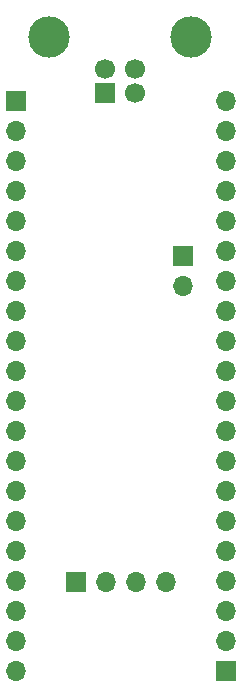
<source format=gbr>
%TF.GenerationSoftware,KiCad,Pcbnew,(6.0.11)*%
%TF.CreationDate,2024-08-10T04:41:16-05:00*%
%TF.ProjectId,PicoAlt,5069636f-416c-4742-9e6b-696361645f70,rev?*%
%TF.SameCoordinates,Original*%
%TF.FileFunction,Soldermask,Bot*%
%TF.FilePolarity,Negative*%
%FSLAX46Y46*%
G04 Gerber Fmt 4.6, Leading zero omitted, Abs format (unit mm)*
G04 Created by KiCad (PCBNEW (6.0.11)) date 2024-08-10 04:41:16*
%MOMM*%
%LPD*%
G01*
G04 APERTURE LIST*
%ADD10R,1.700000X1.700000*%
%ADD11C,1.700000*%
%ADD12C,3.500000*%
%ADD13O,1.700000X1.700000*%
G04 APERTURE END LIST*
D10*
%TO.C,J2*%
X147290000Y-78040000D03*
D11*
X149790000Y-78040000D03*
X149790000Y-76040000D03*
X147290000Y-76040000D03*
D12*
X154560000Y-73330000D03*
X142520000Y-73330000D03*
%TD*%
D10*
%TO.C,J3*%
X144770000Y-119460000D03*
D13*
X147310000Y-119460000D03*
X149850000Y-119460000D03*
X152390000Y-119460000D03*
%TD*%
D10*
%TO.C,JP1*%
X153830000Y-91840000D03*
D13*
X153830000Y-94380000D03*
%TD*%
D10*
%TO.C,J5*%
X157480000Y-127000000D03*
D13*
X157480000Y-124460000D03*
X157480000Y-121920000D03*
X157480000Y-119380000D03*
X157480000Y-116840000D03*
X157480000Y-114300000D03*
X157480000Y-111760000D03*
X157480000Y-109220000D03*
X157480000Y-106680000D03*
X157480000Y-104140000D03*
X157480000Y-101600000D03*
X157480000Y-99060000D03*
X157480000Y-96520000D03*
X157480000Y-93980000D03*
X157480000Y-91440000D03*
X157480000Y-88900000D03*
X157480000Y-86360000D03*
X157480000Y-83820000D03*
X157480000Y-81280000D03*
X157480000Y-78740000D03*
%TD*%
D10*
%TO.C,J4*%
X139700000Y-78740000D03*
D13*
X139700000Y-81280000D03*
X139700000Y-83820000D03*
X139700000Y-86360000D03*
X139700000Y-88900000D03*
X139700000Y-91440000D03*
X139700000Y-93980000D03*
X139700000Y-96520000D03*
X139700000Y-99060000D03*
X139700000Y-101600000D03*
X139700000Y-104140000D03*
X139700000Y-106680000D03*
X139700000Y-109220000D03*
X139700000Y-111760000D03*
X139700000Y-114300000D03*
X139700000Y-116840000D03*
X139700000Y-119380000D03*
X139700000Y-121920000D03*
X139700000Y-124460000D03*
X139700000Y-127000000D03*
%TD*%
M02*

</source>
